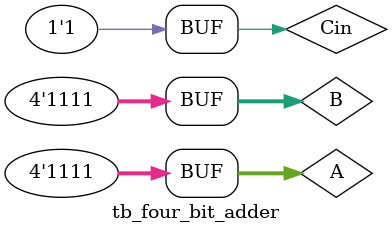
<source format=v>
`timescale 1ns / 1ps


module tb_four_bit_adder;

	// Inputs
	reg [3:0] A;
	reg [3:0] B;
	reg Cin;

	// Outputs
	wire [3:0] Sum;
	wire Cout;

	// Instantiate the Unit Under Test (UUT)
	four_bit_adder uut (
		.A(A), 
		.B(B), 
		.Cin(Cin), 
		.Sum(Sum), 
		.Cout(Cout)
	);

	initial begin
		// Initialize Inputs
		A = 4'b0000;B=4'b0000;Cin=0;
		#50 A = 4'b0001;B=4'b0001;Cin=0;
		#50 A = 4'b0011;B=4'b0011;Cin=0;
		#50 A = 4'b0111;B=4'b0111;Cin=0;
		#50 A = 4'b1111;B=4'b1111;Cin=0;
		#50 A = 4'b0001;B=4'b0001;Cin=1;
		#50 A = 4'b0011;B=4'b0011;Cin=1;
		#50 A = 4'b0111;B=4'b0111;Cin=1;
		#50 A = 4'b1111;B=4'b1111;Cin=1;

		// Wait 100 ns for global reset to finish
		#100;
        
		// Add stimulus here

	end
      
endmodule


</source>
